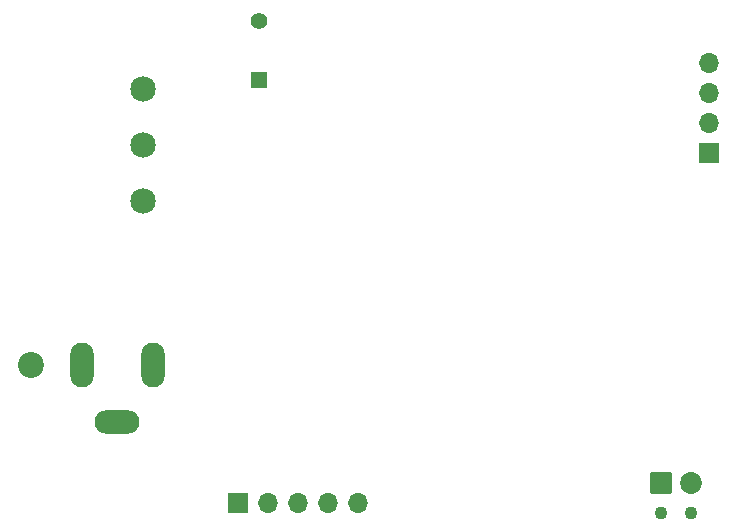
<source format=gbr>
%TF.GenerationSoftware,KiCad,Pcbnew,8.0.3-8.0.3-0~ubuntu24.04.1*%
%TF.CreationDate,2024-07-18T18:47:25-04:00*%
%TF.ProjectId,Power_Supply_Breakout,506f7765-725f-4537-9570-706c795f4272,rev?*%
%TF.SameCoordinates,Original*%
%TF.FileFunction,Soldermask,Bot*%
%TF.FilePolarity,Negative*%
%FSLAX46Y46*%
G04 Gerber Fmt 4.6, Leading zero omitted, Abs format (unit mm)*
G04 Created by KiCad (PCBNEW 8.0.3-8.0.3-0~ubuntu24.04.1) date 2024-07-18 18:47:25*
%MOMM*%
%LPD*%
G01*
G04 APERTURE LIST*
G04 Aperture macros list*
%AMRoundRect*
0 Rectangle with rounded corners*
0 $1 Rounding radius*
0 $2 $3 $4 $5 $6 $7 $8 $9 X,Y pos of 4 corners*
0 Add a 4 corners polygon primitive as box body*
4,1,4,$2,$3,$4,$5,$6,$7,$8,$9,$2,$3,0*
0 Add four circle primitives for the rounded corners*
1,1,$1+$1,$2,$3*
1,1,$1+$1,$4,$5*
1,1,$1+$1,$6,$7*
1,1,$1+$1,$8,$9*
0 Add four rect primitives between the rounded corners*
20,1,$1+$1,$2,$3,$4,$5,0*
20,1,$1+$1,$4,$5,$6,$7,0*
20,1,$1+$1,$6,$7,$8,$9,0*
20,1,$1+$1,$8,$9,$2,$3,0*%
G04 Aperture macros list end*
%ADD10C,2.200000*%
%ADD11O,2.004000X3.804000*%
%ADD12O,3.804000X2.004000*%
%ADD13R,1.422400X1.422400*%
%ADD14C,1.422400*%
%ADD15C,2.159000*%
%ADD16R,1.700000X1.700000*%
%ADD17O,1.700000X1.700000*%
%ADD18C,1.100000*%
%ADD19RoundRect,0.102000X-0.825000X-0.825000X0.825000X-0.825000X0.825000X0.825000X-0.825000X0.825000X0*%
%ADD20C,1.854000*%
G04 APERTURE END LIST*
D10*
%TO.C,J1*%
X59048000Y-86821550D03*
D11*
X69448000Y-86821550D03*
X63448000Y-86821550D03*
D12*
X66348000Y-91621550D03*
%TD*%
D13*
%TO.C,C1*%
X78350000Y-62650000D03*
D14*
X78350000Y-57646200D03*
%TD*%
D15*
%TO.C,SW1*%
X68600000Y-63399999D03*
X68600000Y-68150000D03*
X68600000Y-72900000D03*
%TD*%
D16*
%TO.C,J2*%
X116450000Y-68800000D03*
D17*
X116450000Y-66260000D03*
X116450000Y-63720000D03*
X116450000Y-61180000D03*
%TD*%
D16*
%TO.C,J4*%
X76610000Y-98500000D03*
D17*
X79150000Y-98500000D03*
X81690000Y-98500000D03*
X84230000Y-98500000D03*
X86770000Y-98500000D03*
%TD*%
D18*
%TO.C,J3*%
X112410000Y-99300000D03*
X114950000Y-99300000D03*
D19*
X112410000Y-96760000D03*
D20*
X114950000Y-96760000D03*
%TD*%
M02*

</source>
